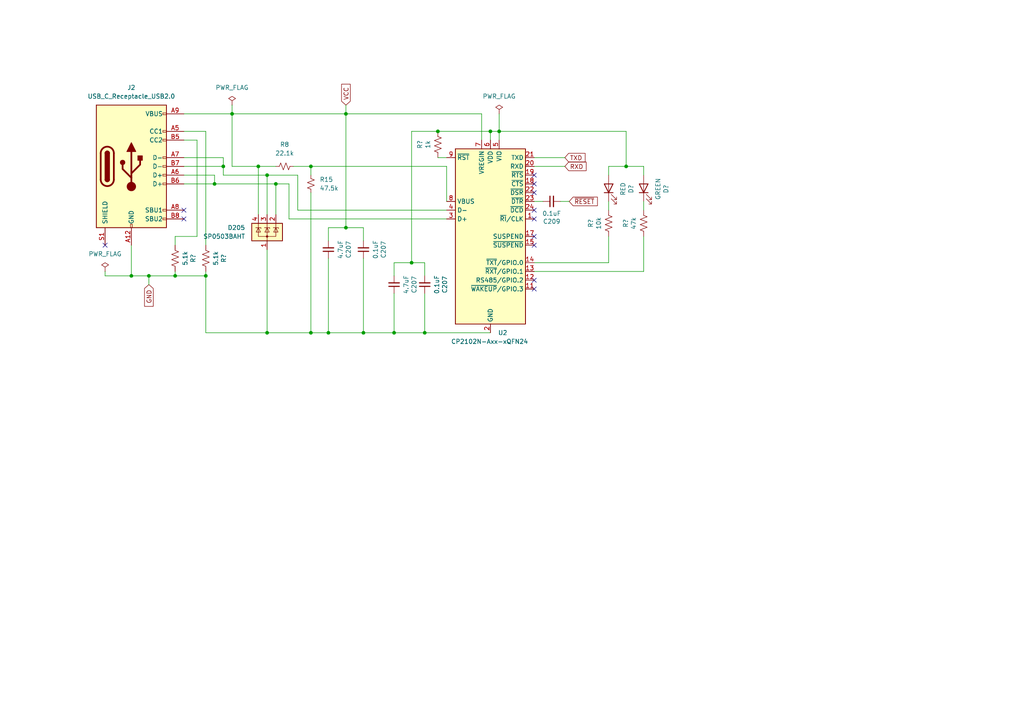
<source format=kicad_sch>
(kicad_sch (version 20230121) (generator eeschema)
  (paper "A4")
  (lib_symbols
    (symbol "Connector:USB_C_Receptacle_USB2.0" (pin_names (offset 1.016))
      (property "Reference" "J2" (at 0 22.86 0))
      (property "Value" "USB_C_Receptacle_USB2.0" (at 0 20.32 0))
      (symbol "USB_C_Receptacle_USB2.0_0_0"
        (rectangle (start -0.254 -17.78) (end 0.254 -16.764))
        (rectangle (start 10.16 -14.986) (end 9.144 -15.494))
        (rectangle (start 10.16 -12.446) (end 9.144 -12.954))
        (rectangle (start 10.16 -4.826) (end 9.144 -5.334))
        (rectangle (start 10.16 -2.286) (end 9.144 -2.794))
        (rectangle (start 10.16 0.254) (end 9.144 -0.254))
        (rectangle (start 10.16 2.794) (end 9.144 2.286))
        (rectangle (start 10.16 7.874) (end 9.144 7.366))
        (rectangle (start 10.16 10.414) (end 9.144 9.906))
        (rectangle (start 10.16 15.494) (end 9.144 14.986))
      )
      (symbol "USB_C_Receptacle_USB2.0_0_1"
        (rectangle (start -10.16 17.78) (end 10.16 -17.78) (stroke (width 0.254)) (fill (type background)))
        (arc (start -8.89 -3.81) (mid -6.985 -5.7067) (end -5.08 -3.81) (stroke (width 0.508)))
        (arc (start -7.62 -3.81) (mid -6.985 -4.4423) (end -6.35 -3.81) (stroke (width 0.254)))
        (arc (start -7.62 -3.81) (mid -6.985 -4.4423) (end -6.35 -3.81) (stroke (width 0.254)) (fill (type outline)))
        (rectangle (start -7.62 -3.81) (end -6.35 3.81) (stroke (width 0.254)) (fill (type outline)))
        (arc (start -6.35 3.81) (mid -6.985 4.4423) (end -7.62 3.81) (stroke (width 0.254)))
        (arc (start -6.35 3.81) (mid -6.985 4.4423) (end -7.62 3.81) (stroke (width 0.254)) (fill (type outline)))
        (arc (start -5.08 3.81) (mid -6.985 5.7067) (end -8.89 3.81) (stroke (width 0.508)))
        (circle (center -2.54 1.143) (radius 0.635) (stroke (width 0.254)) (fill (type outline)))
        (circle (center 0 -5.842) (radius 1.27) (fill (type outline)))
        (polyline (pts (xy -8.89 -3.81) (xy -8.89 3.81)) (stroke (width 0.508)))
        (polyline (pts (xy -5.08 3.81) (xy -5.08 -3.81)) (stroke (width 0.508)))
        (polyline (pts (xy 0 -5.842) (xy 0 4.318)) (stroke (width 0.508)))
        (polyline (pts (xy 0 -3.302) (xy -2.54 -0.762) (xy -2.54 0.508)) (stroke (width 0.508)))
        (polyline (pts (xy 0 -2.032) (xy 2.54 0.508) (xy 2.54 1.778)) (stroke (width 0.508)))
        (polyline (pts (xy -1.27 4.318) (xy 0 6.858) (xy 1.27 4.318) (xy -1.27 4.318)) (stroke (width 0.254)) (fill (type outline)))
        (rectangle (start 1.905 1.778) (end 3.175 3.048) (stroke (width 0.254)) (fill (type outline)))
      )
      (symbol "USB_C_Receptacle_USB2.0_1_1"
        (pin passive line (at 0 -22.86 90) (length 5.08) (name "GND") (number "A12"))
        (pin bidirectional line (at 15.24 10.16 180) (length 5.08) (name "CC1") (number "A5"))
        (pin bidirectional line (at 15.24 -2.54 180) (length 5.08) (name "D+") (number "A6"))
        (pin bidirectional line (at 15.24 2.54 180) (length 5.08) (name "D-") (number "A7"))
        (pin bidirectional line (at 15.24 -12.7 180) (length 5.08) (name "SBU1") (number "A8"))
        (pin passive line (at 15.24 15.24 180) (length 5.08) (name "VBUS") (number "A9"))
        (pin passive line (at 0 -22.86 90) (length 5.08) hide (name "GND") (number "B12"))
        (pin bidirectional line (at 15.24 7.62 180) (length 5.08) (name "CC2") (number "B5"))
        (pin bidirectional line (at 15.24 -5.08 180) (length 5.08) (name "D+") (number "B6"))
        (pin bidirectional line (at 15.24 0 180) (length 5.08) (name "D-") (number "B7"))
        (pin bidirectional line (at 15.24 -15.24 180) (length 5.08) (name "SBU2") (number "B8"))
        (pin passive line (at 15.24 15.24 180) (length 5.08) hide (name "VBUS") (number "B9"))
        (pin passive line (at -7.62 -22.86 90) (length 5.08) (name "SHIELD") (number "S1"))
      )
    )
    (symbol "Device:C_Small" (pin_numbers hide) (pin_names (offset 0.254) hide)
      (property "Reference" "C" (at 0.254 1.778 0))
      (property "Value" "C_Small" (at 0.254 -2.032 0))
      (symbol "C_Small_0_1"
        (polyline (pts (xy -1.524 -0.508) (xy 1.524 -0.508)) (stroke (width 0.3302)))
        (polyline (pts (xy -1.524 0.508) (xy 1.524 0.508)) (stroke (width 0.3048)))
      )
      (symbol "C_Small_1_1"
        (pin passive line (at 0 2.54 270) (length 2.032) (name "~") (number "1"))
        (pin passive line (at 0 -2.54 90) (length 2.032) (name "~") (number "2"))
      )
    )
    (symbol "Device:LED" (pin_numbers hide) (pin_names (offset 1.016) hide)
      (property "Reference" "D" (at 0 2.54 0))
      (property "Value" "LED" (at 0 -2.54 0))
      (symbol "LED_0_1"
        (polyline (pts (xy -1.27 -1.27) (xy -1.27 1.27)) (stroke (width 0.254)))
        (polyline (pts (xy -1.27 0) (xy 1.27 0)))
        (polyline (pts (xy 1.27 -1.27) (xy 1.27 1.27) (xy -1.27 0) (xy 1.27 -1.27)) (stroke (width 0.254)))
        (polyline (pts (xy -3.048 -0.762) (xy -4.572 -2.286) (xy -3.81 -2.286) (xy -4.572 -2.286) (xy -4.572 -1.524)))
        (polyline (pts (xy -1.778 -0.762) (xy -3.302 -2.286) (xy -2.54 -2.286) (xy -3.302 -2.286) (xy -3.302 -1.524)))
      )
      (symbol "LED_1_1"
        (pin passive line (at -3.81 0 0) (length 2.54) (name "K") (number "1"))
        (pin passive line (at 3.81 0 180) (length 2.54) (name "A") (number "2"))
      )
    )
    (symbol "Device:R_Small_US" (pin_numbers hide) (pin_names (offset 0.254) hide)
      (property "Reference" "R" (at 0.762 0.508 0))
      (property "Value" "R_Small_US" (at 0.762 -1.016 0))
      (symbol "R_Small_US_1_1"
        (polyline (pts (xy 0 0) (xy 1.016 -0.381) (xy 0 -0.762) (xy -1.016 -1.143) (xy 0 -1.524)))
        (polyline (pts (xy 0 1.524) (xy 1.016 1.143) (xy 0 0.762) (xy -1.016 0.381) (xy 0 0)))
        (pin passive line (at 0 2.54 270) (length 1.016) (name "~") (number "1"))
        (pin passive line (at 0 -2.54 90) (length 1.016) (name "~") (number "2"))
      )
    )
    (symbol "Device:R_US" (pin_numbers hide) (pin_names (offset 0))
      (property "Reference" "R" (at 2.54 0 90))
      (property "Value" "R_US" (at -2.54 0 90))
      (symbol "R_US_0_1"
        (polyline (pts (xy 0 -2.286) (xy 0 -2.54)))
        (polyline (pts (xy 0 2.286) (xy 0 2.54)))
        (polyline (pts (xy 0 -0.762) (xy 1.016 -1.143) (xy 0 -1.524) (xy -1.016 -1.905) (xy 0 -2.286)))
        (polyline (pts (xy 0 0.762) (xy 1.016 0.381) (xy 0 0) (xy -1.016 -0.381) (xy 0 -0.762)))
        (polyline (pts (xy 0 2.286) (xy 1.016 1.905) (xy 0 1.524) (xy -1.016 1.143) (xy 0 0.762)))
      )
      (symbol "R_US_1_1"
        (pin passive line (at 0 3.81 270) (length 1.27) (name "~") (number "1"))
        (pin passive line (at 0 -3.81 90) (length 1.27) (name "~") (number "2"))
      )
    )
    (symbol "Interface_USB:CP2102N-Axx-xQFN24"
      (property "Reference" "U" (at -8.89 26.67 0))
      (property "Value" "CP2102N-Axx-xQFN24" (at 13.97 26.67 0))
      (symbol "CP2102N-Axx-xQFN24_0_1"
        (rectangle (start -10.16 25.4) (end 10.16 -25.4) (stroke (width 0.254)) (fill (type background)))
      )
      (symbol "CP2102N-Axx-xQFN24_1_1"
        (pin bidirectional line (at 12.7 5.08 180) (length 2.54) (name "~{RI}/CLK") (number "1"))
        (pin no_connect line (at -10.16 -22.86 0) (length 2.54) hide (name "NC") (number "10"))
        (pin bidirectional line (at 12.7 -15.24 180) (length 2.54) (name "~{WAKEUP}/GPIO.3") (number "11"))
        (pin bidirectional line (at 12.7 -12.7 180) (length 2.54) (name "RS485/GPIO.2") (number "12"))
        (pin bidirectional line (at 12.7 -10.16 180) (length 2.54) (name "~{RXT}/GPIO.1") (number "13"))
        (pin bidirectional line (at 12.7 -7.62 180) (length 2.54) (name "~{TXT}/GPIO.0") (number "14"))
        (pin output line (at 12.7 -2.54 180) (length 2.54) (name "~{SUSPEND}") (number "15"))
        (pin no_connect line (at 10.16 -22.86 180) (length 2.54) hide (name "NC") (number "16"))
        (pin output line (at 12.7 0 180) (length 2.54) (name "SUSPEND") (number "17"))
        (pin input line (at 12.7 15.24 180) (length 2.54) (name "~{CTS}") (number "18"))
        (pin output line (at 12.7 17.78 180) (length 2.54) (name "~{RTS}") (number "19"))
        (pin power_in line (at 0 -27.94 90) (length 2.54) (name "GND") (number "2"))
        (pin input line (at 12.7 20.32 180) (length 2.54) (name "RXD") (number "20"))
        (pin output line (at 12.7 22.86 180) (length 2.54) (name "TXD") (number "21"))
        (pin input line (at 12.7 12.7 180) (length 2.54) (name "~{DSR}") (number "22"))
        (pin output line (at 12.7 10.16 180) (length 2.54) (name "~{DTR}") (number "23"))
        (pin input line (at 12.7 7.62 180) (length 2.54) (name "~{DCD}") (number "24"))
        (pin passive line (at 0 -27.94 90) (length 2.54) hide (name "GND") (number "25"))
        (pin bidirectional line (at -12.7 5.08 0) (length 2.54) (name "D+") (number "3"))
        (pin bidirectional line (at -12.7 7.62 0) (length 2.54) (name "D-") (number "4"))
        (pin power_in line (at 2.54 27.94 270) (length 2.54) (name "VIO") (number "5"))
        (pin power_in line (at 0 27.94 270) (length 2.54) (name "VDD") (number "6"))
        (pin power_in line (at -2.54 27.94 270) (length 2.54) (name "VREGIN") (number "7"))
        (pin input line (at -12.7 10.16 0) (length 2.54) (name "VBUS") (number "8"))
        (pin input line (at -12.7 22.86 0) (length 2.54) (name "~{RST}") (number "9"))
      )
    )
    (symbol "Power_Protection:SP0503BAHT" (pin_names hide)
      (property "Reference" "D" (at 5.715 2.54 0))
      (property "Value" "SP0503BAHT" (at 5.715 0.635 0))
      (symbol "SP0503BAHT_0_0"
        (pin passive line (at 0 -5.08 90) (length 2.54) (name "A") (number "1"))
      )
      (symbol "SP0503BAHT_0_1"
        (rectangle (start -4.445 2.54) (end 4.445 -2.54) (stroke (width 0.254)) (fill (type background)))
        (circle (center 0 -1.27) (radius 0.254) (fill (type outline)))
        (polyline (pts (xy -2.54 2.54) (xy -2.54 1.27)))
        (polyline (pts (xy 0 -1.27) (xy 0 -2.54)))
        (polyline (pts (xy 0 -1.27) (xy 0 1.27)))
        (polyline (pts (xy 0 2.54) (xy 0 1.27)))
        (polyline (pts (xy 0.635 1.27) (xy 0.762 1.27)))
        (polyline (pts (xy 2.54 2.54) (xy 2.54 1.27)))
        (polyline (pts (xy 0.635 1.27) (xy -0.762 1.27) (xy -0.762 1.016)))
        (polyline (pts (xy -3.302 1.016) (xy -3.302 1.27) (xy -1.905 1.27) (xy -1.778 1.27)))
        (polyline (pts (xy -2.54 1.27) (xy -2.54 -1.27) (xy 2.54 -1.27) (xy 2.54 1.27)))
        (polyline (pts (xy -2.54 1.27) (xy -1.905 0) (xy -3.175 0) (xy -2.54 1.27)))
        (polyline (pts (xy 0.635 0) (xy -0.635 0) (xy 0 1.27) (xy 0.635 0)))
        (polyline (pts (xy 1.778 1.016) (xy 1.778 1.27) (xy 3.175 1.27) (xy 3.302 1.27)))
        (polyline (pts (xy 2.54 1.27) (xy 1.905 0) (xy 3.175 0) (xy 2.54 1.27)))
      )
      (symbol "SP0503BAHT_1_1"
        (pin passive line (at -2.54 5.08 270) (length 2.54) (name "K") (number "2"))
        (pin passive line (at 0 5.08 270) (length 2.54) (name "K") (number "3"))
        (pin passive line (at 2.54 5.08 270) (length 2.54) (name "K") (number "4"))
      )
    )
    (symbol "power:PWR_FLAG" (power) (pin_numbers hide) (pin_names (offset 0) hide)
      (property "Value" "PWR_FLAG" (at 0 3.81 0))
      (symbol "PWR_FLAG_0_0"
        (pin power_out line (at 0 0 90) (length 0) (name "pwr") (number "1"))
      )
      (symbol "PWR_FLAG_0_1"
        (polyline (pts (xy 0 0) (xy 0 1.27) (xy -1.016 1.905) (xy 0 2.54) (xy 1.016 1.905) (xy 0 1.27)))
      )
    )
  )
  (junction (at 123.19 96.52))
  (junction (at 77.47 96.52))
  (junction (at 114.3 96.52))
  (junction (at 74.93 48.26))
  (junction (at 142.24 38.1))
  (junction (at 38.1 80.01))
  (junction (at 144.78 38.1))
  (junction (at 67.31 33.02))
  (junction (at 59.69 80.01))
  (junction (at 100.33 66.04))
  (junction (at 95.25 96.52))
  (junction (at 90.17 96.52))
  (junction (at 119.38 76.2))
  (junction (at 127 38.1))
  (junction (at 80.01 53.34))
  (junction (at 100.33 33.02))
  (junction (at 90.17 48.26))
  (junction (at 181.61 48.26))
  (junction (at 64.77 48.26))
  (junction (at 50.8 80.01))
  (junction (at 105.41 96.52))
  (junction (at 62.23 53.34))
  (junction (at 43.18 80.01))
  (junction (at 77.47 50.8))
  (no_connect (at 154.94 81.28))
  (no_connect (at 154.94 63.5))
  (no_connect (at 154.94 53.34))
  (no_connect (at 154.94 71.12))
  (no_connect (at 53.34 60.96))
  (no_connect (at 154.94 68.58))
  (no_connect (at 154.94 83.82))
  (no_connect (at 30.48 71.12))
  (no_connect (at 154.94 60.96))
  (no_connect (at 154.94 50.8))
  (no_connect (at 154.94 55.88))
  (no_connect (at 53.34 63.5))
  (wire (pts (xy 181.61 48.26) (xy 186.69 48.26)))
  (wire (pts (xy 105.41 96.52) (xy 114.3 96.52)))
  (wire (pts (xy 83.82 63.5) (xy 129.54 63.5)))
  (wire (pts (xy 119.38 76.2) (xy 114.3 76.2)))
  (wire (pts (xy 67.31 48.26) (xy 74.93 48.26)))
  (wire (pts (xy 127 45.72) (xy 129.54 45.72)))
  (wire (pts (xy 74.93 48.26) (xy 80.01 48.26)))
  (wire (pts (xy 86.36 60.96) (xy 86.36 50.8)))
  (wire (pts (xy 139.7 33.02) (xy 139.7 40.64)))
  (wire (pts (xy 127 38.1) (xy 119.38 38.1)))
  (wire (pts (xy 114.3 85.09) (xy 114.3 96.52)))
  (wire (pts (xy 64.77 45.72) (xy 64.77 48.26)))
  (wire (pts (xy 77.47 96.52) (xy 59.69 96.52)))
  (wire (pts (xy 62.23 53.34) (xy 80.01 53.34)))
  (wire (pts (xy 144.78 38.1) (xy 144.78 40.64)))
  (wire (pts (xy 144.78 38.1) (xy 181.61 38.1)))
  (wire (pts (xy 154.94 45.72) (xy 163.83 45.72)))
  (wire (pts (xy 80.01 53.34) (xy 80.01 62.23)))
  (wire (pts (xy 123.19 85.09) (xy 123.19 96.52)))
  (wire (pts (xy 100.33 33.02) (xy 139.7 33.02)))
  (wire (pts (xy 53.34 53.34) (xy 62.23 53.34)))
  (wire (pts (xy 38.1 80.01) (xy 43.18 80.01)))
  (wire (pts (xy 176.53 60.96) (xy 176.53 58.42)))
  (wire (pts (xy 95.25 66.04) (xy 100.33 66.04)))
  (wire (pts (xy 50.8 68.58) (xy 50.8 71.12)))
  (wire (pts (xy 90.17 55.88) (xy 90.17 96.52)))
  (wire (pts (xy 154.94 58.42) (xy 157.48 58.42)))
  (wire (pts (xy 74.93 48.26) (xy 74.93 62.23)))
  (wire (pts (xy 129.54 60.96) (xy 86.36 60.96)))
  (wire (pts (xy 186.69 60.96) (xy 186.69 58.42)))
  (wire (pts (xy 142.24 96.52) (xy 123.19 96.52)))
  (wire (pts (xy 154.94 76.2) (xy 176.53 76.2)))
  (wire (pts (xy 57.15 40.64) (xy 57.15 68.58)))
  (wire (pts (xy 53.34 38.1) (xy 59.69 38.1)))
  (wire (pts (xy 59.69 78.74) (xy 59.69 80.01)))
  (wire (pts (xy 90.17 48.26) (xy 90.17 50.8)))
  (wire (pts (xy 77.47 50.8) (xy 86.36 50.8)))
  (wire (pts (xy 181.61 38.1) (xy 181.61 48.26)))
  (wire (pts (xy 67.31 33.02) (xy 100.33 33.02)))
  (wire (pts (xy 105.41 74.93) (xy 105.41 96.52)))
  (wire (pts (xy 62.23 50.8) (xy 62.23 53.34)))
  (wire (pts (xy 85.09 48.26) (xy 90.17 48.26)))
  (wire (pts (xy 123.19 76.2) (xy 119.38 76.2)))
  (wire (pts (xy 64.77 50.8) (xy 64.77 48.26)))
  (wire (pts (xy 90.17 96.52) (xy 77.47 96.52)))
  (wire (pts (xy 95.25 66.04) (xy 95.25 69.85)))
  (wire (pts (xy 142.24 38.1) (xy 144.78 38.1)))
  (wire (pts (xy 176.53 76.2) (xy 176.53 68.58)))
  (wire (pts (xy 53.34 50.8) (xy 62.23 50.8)))
  (wire (pts (xy 50.8 78.74) (xy 50.8 80.01)))
  (wire (pts (xy 77.47 72.39) (xy 77.47 96.52)))
  (wire (pts (xy 67.31 30.48) (xy 67.31 33.02)))
  (wire (pts (xy 90.17 48.26) (xy 129.54 48.26)))
  (wire (pts (xy 123.19 80.01) (xy 123.19 76.2)))
  (wire (pts (xy 142.24 38.1) (xy 142.24 40.64)))
  (wire (pts (xy 53.34 45.72) (xy 64.77 45.72)))
  (wire (pts (xy 154.94 48.26) (xy 163.83 48.26)))
  (wire (pts (xy 154.94 78.74) (xy 186.69 78.74)))
  (wire (pts (xy 100.33 33.02) (xy 100.33 66.04)))
  (wire (pts (xy 43.18 82.55) (xy 43.18 80.01)))
  (wire (pts (xy 181.61 48.26) (xy 176.53 48.26)))
  (wire (pts (xy 114.3 96.52) (xy 123.19 96.52)))
  (wire (pts (xy 43.18 80.01) (xy 50.8 80.01)))
  (wire (pts (xy 53.34 48.26) (xy 64.77 48.26)))
  (wire (pts (xy 105.41 66.04) (xy 105.41 69.85)))
  (wire (pts (xy 80.01 53.34) (xy 83.82 53.34)))
  (wire (pts (xy 186.69 68.58) (xy 186.69 78.74)))
  (wire (pts (xy 59.69 38.1) (xy 59.69 71.12)))
  (wire (pts (xy 53.34 40.64) (xy 57.15 40.64)))
  (wire (pts (xy 77.47 50.8) (xy 77.47 62.23)))
  (wire (pts (xy 176.53 48.26) (xy 176.53 50.8)))
  (wire (pts (xy 129.54 58.42) (xy 129.54 48.26)))
  (wire (pts (xy 53.34 33.02) (xy 67.31 33.02)))
  (wire (pts (xy 100.33 30.48) (xy 100.33 33.02)))
  (wire (pts (xy 144.78 33.02) (xy 144.78 38.1)))
  (wire (pts (xy 95.25 74.93) (xy 95.25 96.52)))
  (wire (pts (xy 114.3 76.2) (xy 114.3 80.01)))
  (wire (pts (xy 105.41 96.52) (xy 95.25 96.52)))
  (wire (pts (xy 83.82 53.34) (xy 83.82 63.5)))
  (wire (pts (xy 119.38 76.2) (xy 119.38 38.1)))
  (wire (pts (xy 30.48 78.74) (xy 30.48 80.01)))
  (wire (pts (xy 50.8 80.01) (xy 59.69 80.01)))
  (wire (pts (xy 162.56 58.42) (xy 165.1 58.42)))
  (wire (pts (xy 30.48 80.01) (xy 38.1 80.01)))
  (wire (pts (xy 127 38.1) (xy 142.24 38.1)))
  (wire (pts (xy 57.15 68.58) (xy 50.8 68.58)))
  (wire (pts (xy 100.33 66.04) (xy 105.41 66.04)))
  (wire (pts (xy 95.25 96.52) (xy 90.17 96.52)))
  (wire (pts (xy 64.77 50.8) (xy 77.47 50.8)))
  (wire (pts (xy 186.69 50.8) (xy 186.69 48.26)))
  (wire (pts (xy 38.1 80.01) (xy 38.1 71.12)))
  (wire (pts (xy 67.31 33.02) (xy 67.31 48.26)))
  (wire (pts (xy 59.69 80.01) (xy 59.69 96.52)))
  (global_label "VCC" (shape input) (at 100.33 30.48 90) (property "Intersheetrefs" "${INTERSHEET_REFS}" (effects hide)))
  (global_label "RXD" (shape input) (at 163.83 48.26 0) (property "Intersheetrefs" "${INTERSHEET_REFS}" (effects hide)))
  (global_label "~{RESET}" (shape input) (at 165.1 58.42 0) (property "Intersheetrefs" "${INTERSHEET_REFS}" (effects hide)))
  (global_label "GND" (shape input) (at 43.18 82.55 270) (property "Intersheetrefs" "${INTERSHEET_REFS}" (effects hide)))
  (global_label "TXD" (shape input) (at 163.83 45.72 0) (property "Intersheetrefs" "${INTERSHEET_REFS}" (effects hide)))
  (symbol (lib_id "power:PWR_FLAG") (at 67.31 30.48 0) (unit 1)
    (property "Reference" "#FLG02" (effects hide))
    (property "Value" "PWR_FLAG" (at 67.31 25.4 0))
    (instances (project "Spork Console v1" (path "" (reference "#FLG02") (unit 1)) (path "" (reference "#FLG02") (unit 1))) (project "Programmer" (path "" (reference "#FLG03") (unit 1)) (path "" (reference "#FLG02") (unit 1))))
  )
  (symbol (lib_id "Device:R_Small_US") (at 82.55 48.26 90) (unit 1)
    (property "Reference" "R8" (at 82.55 41.91 90))
    (property "Value" "22.1k" (at 82.55 44.45 90))
    (property "Footprint" "Resistor_SMD:R_0402_1005Metric" (effects hide))
    (property "LCSC" "C25768" (effects hide))
    (instances (project "Spork Console v1" (path "" (reference "R8") (unit 1))) (project "Programmer" (path "" (reference "R5") (unit 1)) (path "" (reference "R5") (unit 1))))
  )
  (symbol (lib_id "Device:C_Small") (at 95.25 72.39 180) (unit 1)
    (property "Reference" "C207" (at 101.0666 72.39 90))
    (property "Value" "4.7uF" (at 98.7552 72.39 90))
    (property "Footprint" "Capacitor_SMD:C_0402_1005Metric" (effects hide))
    (property "LCSC" "C23733" (effects hide))
    (instances (project "Spork Console v1" (path "" (reference "C207") (unit 1)) (path "" (reference "C210") (unit 1))) (project "Programmer" (path "" (reference "C4") (unit 1)) (path "" (reference "C4") (unit 1))))
  )
  (symbol (lib_id "Device:R_US") (at 186.69 64.77 0) (unit 1)
    (property "Reference" "R?" (at 181.483 64.77 90))
    (property "Value" "47k" (at 183.7944 64.77 90))
    (property "Footprint" "Resistor_SMD:R_0603_1608Metric" (effects hide))
    (property "LCSC" "C25819" (effects hide))
    (instances (project "Spork Console v1" (path "" (reference "R?") (unit 1)) (path "" (reference "R21") (unit 1)) (path "" (reference "R21") (unit 1))) (project "Programmer" (path "" (reference "R9") (unit 1)) (path "" (reference "R9") (unit 1))))
  )
  (symbol (lib_id "power:PWR_FLAG") (at 30.48 78.74 0) (unit 1)
    (property "Reference" "#FLG03" (effects hide))
    (property "Value" "PWR_FLAG" (at 30.48 73.66 0))
    (instances (project "Spork Console v1" (path "" (reference "#FLG03") (unit 1)) (path "" (reference "#FLG01") (unit 1))) (project "Programmer" (path "" (reference "#FLG02") (unit 1)) (path "" (reference "#FLG01") (unit 1))))
  )
  (symbol (lib_id "Device:LED") (at 176.53 54.61 90) (unit 1)
    (property "Reference" "D?" (at 183.007 54.8132 0))
    (property "Value" "RED" (at 180.6956 54.8132 0))
    (property "Footprint" "LED_SMD:LED_0603_1608Metric" (effects hide))
    (property "LCSC" "C2286" (effects hide))
    (instances (project "Spork Console v1" (path "" (reference "D?") (unit 1)) (path "" (reference "D207") (unit 1)) (path "" (reference "D207") (unit 1))) (project "Programmer" (path "" (reference "D3") (unit 1)) (path "" (reference "D3") (unit 1))))
  )
  (symbol (lib_id "Device:C_Small") (at 123.19 82.55 180) (unit 1)
    (property "Reference" "C207" (at 129.0066 82.55 90))
    (property "Value" "0.1uF" (at 126.6952 82.55 90))
    (property "Footprint" "Capacitor_SMD:C_0402_1005Metric" (effects hide))
    (property "LCSC" "C307331" (effects hide))
    (instances (project "Spork Console v1" (path "" (reference "C207") (unit 1)) (path "" (reference "C213") (unit 1))) (project "Programmer" (path "" (reference "C7") (unit 1)) (path "" (reference "C7") (unit 1))))
  )
  (symbol (lib_id "Device:R_Small_US") (at 90.17 53.34 0) (unit 1)
    (property "Reference" "R15" (at 92.71 52.07 0) (effects (justify left)))
    (property "Value" "47.5k" (at 92.71 54.61 0) (effects (justify left)))
    (property "Footprint" "Resistor_SMD:R_0402_1005Metric" (effects hide))
    (property "LCSC" "C25792" (effects hide))
    (instances (project "Spork Console v1" (path "" (reference "R15") (unit 1))) (project "Programmer" (path "" (reference "R6") (unit 1)) (path "" (reference "R6") (unit 1))))
  )
  (symbol (lib_id "Device:R_US") (at 50.8 74.93 180) (unit 1)
    (property "Reference" "R?" (at 56.007 74.93 90))
    (property "Value" "5.1k" (at 53.6956 74.93 90))
    (property "Footprint" "Resistor_SMD:R_0603_1608Metric" (effects hide))
    (property "LCSC" "C23186" (effects hide))
    (instances (project "Spork Console v1" (path "" (reference "R?") (unit 1)) (path "" (reference "R19") (unit 1)) (path "" (reference "R19") (unit 1))) (project "Programmer" (path "" (reference "R3") (unit 1)) (path "" (reference "R3") (unit 1))))
  )
  (symbol (lib_id "Interface_USB:CP2102N-Axx-xQFN24") (at 142.24 68.58 0) (unit 1)
    (property "Reference" "U2" (at 144.4341 96.52 0) (effects (justify left)))
    (property "Value" "CP2102N-Axx-xQFN24" (at 130.81 99.06 0) (effects (justify left)))
    (property "Footprint" "Package_DFN_QFN:QFN-24-1EP_4x4mm_P0.5mm_EP2.6x2.6mm" (effects hide))
    (property "Datasheet" "https://www.silabs.com/documents/public/data-sheets/cp2102n-datasheet.pdf" (effects hide))
    (property "LCSC" "C969151" (effects hide))
  )
  (symbol (lib_id "Device:C_Small") (at 160.02 58.42 90) (unit 1)
    (property "Reference" "C209" (at 160.02 64.2366 90))
    (property "Value" "0.1uF" (at 160.02 61.9252 90))
    (property "Footprint" "Capacitor_SMD:C_0603_1608Metric" (effects hide))
    (property "LCSC" "C14663" (effects hide))
    (instances (project "Spork Console v1" (path "" (reference "C209") (unit 1)) (path "" (reference "C209") (unit 1))) (project "Programmer" (path "" (reference "C8") (unit 1)) (path "" (reference "C8") (unit 1))))
  )
  (symbol (lib_id "Device:C_Small") (at 114.3 82.55 180) (unit 1)
    (property "Reference" "C207" (at 120.1166 82.55 90))
    (property "Value" "4.7uF" (at 117.8052 82.55 90))
    (property "Footprint" "Capacitor_SMD:C_0402_1005Metric" (effects hide))
    (property "LCSC" "C23733" (effects hide))
    (instances (project "Spork Console v1" (path "" (reference "C207") (unit 1)) (path "" (reference "C212") (unit 1))) (project "Programmer" (path "" (reference "C6") (unit 1)) (path "" (reference "C6") (unit 1))))
  )
  (symbol (lib_id "Connector:USB_C_Receptacle_USB2.0") (at 38.1 48.26 0) (unit 1)
    (property "Reference" "J2" (at 38.1 25.4 0))
    (property "Value" "USB_C_Receptacle_USB2.0" (at 38.1 27.94 0))
    (property "Footprint" "updated_libs:USB_C_Receptacle_G-Switch_GT-USB-7010ASV" (effects hide))
    (property "Datasheet" "https://www.usb.org/sites/default/files/documents/usb_type-c.zip" (effects hide))
    (property "LCSC" "C2988369" (effects hide))
    (instances (project "Spork Console v1" (path "" (reference "J2") (unit 1)) (path "" (reference "J2") (unit 1))) (project "Programmer" (path "" (reference "J2") (unit 1)) (path "" (reference "J1") (unit 1))))
  )
  (symbol (lib_id "Power_Protection:SP0503BAHT") (at 77.47 67.31 0) (mirror y) (unit 1)
    (property "Reference" "D205" (at 71.12 66.04 0) (effects (justify left)))
    (property "Value" "SP0503BAHT" (at 71.12 68.58 0) (effects (justify left)))
    (property "Footprint" "Package_TO_SOT_SMD:SOT-143" (effects hide))
    (property "Datasheet" "http://www.littelfuse.com/~/media/files/littelfuse/technical%20resources/documents/data%20sheets/sp05xxba.pdf" (effects hide))
    (property "LCSC" "C3040626" (effects hide))
    (instances (project "Spork Console v1" (path "" (reference "D205") (unit 1))) (project "Programmer" (path "" (reference "D2") (unit 1)) (path "" (reference "D2") (unit 1))))
  )
  (symbol (lib_id "Device:LED") (at 186.69 54.61 90) (unit 1)
    (property "Reference" "D?" (at 193.167 54.8132 0))
    (property "Value" "GREEN" (at 190.8556 54.8132 0))
    (property "Footprint" "LED_SMD:LED_0603_1608Metric" (effects hide))
    (property "LCSC" "C965804" (effects hide))
    (instances (project "Spork Console v1" (path "" (reference "D?") (unit 1)) (path "" (reference "D206") (unit 1)) (path "" (reference "D206") (unit 1))) (project "Programmer" (path "" (reference "D4") (unit 1)) (path "" (reference "D4") (unit 1))))
  )
  (symbol (lib_id "Device:C_Small") (at 105.41 72.39 180) (unit 1)
    (property "Reference" "C207" (at 111.2266 72.39 90))
    (property "Value" "0.1uF" (at 108.9152 72.39 90))
    (property "Footprint" "Capacitor_SMD:C_0402_1005Metric" (effects hide))
    (property "LCSC" "C307331" (effects hide))
    (instances (project "Spork Console v1" (path "" (reference "C207") (unit 1)) (path "" (reference "C211") (unit 1))) (project "Programmer" (path "" (reference "C5") (unit 1)) (path "" (reference "C5") (unit 1))))
  )
  (symbol (lib_id "Device:R_US") (at 127 41.91 0) (unit 1)
    (property "Reference" "R?" (at 121.793 41.91 90))
    (property "Value" "1k" (at 124.1044 41.91 90))
    (property "Footprint" "Resistor_SMD:R_0402_1005Metric" (effects hide))
    (property "LCSC" "C11702" (effects hide))
    (instances (project "Spork Console v1" (path "" (reference "R?") (unit 1)) (path "" (reference "R8") (unit 1)) (path "" (reference "R18") (unit 1))) (project "Programmer" (path "" (reference "R7") (unit 1)) (path "" (reference "R7") (unit 1))))
  )
  (symbol (lib_id "Device:R_US") (at 176.53 64.77 0) (unit 1)
    (property "Reference" "R?" (at 171.323 64.77 90))
    (property "Value" "10k" (at 173.6344 64.77 90))
    (property "Footprint" "Resistor_SMD:R_0603_1608Metric" (effects hide))
    (property "LCSC" "C25804" (effects hide))
    (instances (project "Spork Console v1" (path "" (reference "R?") (unit 1)) (path "" (reference "R22") (unit 1)) (path "" (reference "R22") (unit 1))) (project "Programmer" (path "" (reference "R8") (unit 1)) (path "" (reference "R8") (unit 1))))
  )
  (symbol (lib_id "power:PWR_FLAG") (at 144.78 33.02 0) (unit 1)
    (property "Reference" "#FLG03" (effects hide))
    (property "Value" "PWR_FLAG" (at 144.78 27.94 0))
    (instances (project "Spork Console v1" (path "" (reference "#FLG03") (unit 1))) (project "Programmer" (path "" (reference "#FLG04") (unit 1)) (path "" (reference "#FLG03") (unit 1))))
  )
  (symbol (lib_id "Device:R_US") (at 59.69 74.93 180) (unit 1)
    (property "Reference" "R?" (at 64.897 74.93 90))
    (property "Value" "5.1k" (at 62.5856 74.93 90))
    (property "Footprint" "Resistor_SMD:R_0603_1608Metric" (effects hide))
    (property "LCSC" "C23186" (effects hide))
    (instances (project "Spork Console v1" (path "" (reference "R?") (unit 1)) (path "" (reference "R20") (unit 1)) (path "" (reference "R20") (unit 1))) (project "Programmer" (path "" (reference "R4") (unit 1)) (path "" (reference "R4") (unit 1))))
  )
)
</source>
